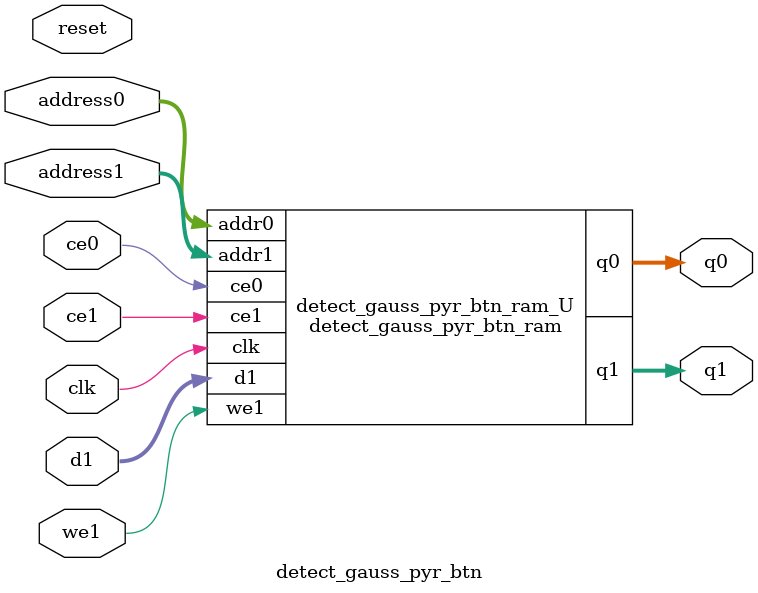
<source format=v>

`timescale 1 ns / 1 ps
module detect_gauss_pyr_btn_ram (addr0, ce0, q0, addr1, ce1, d1, we1, q1,  clk);

parameter DWIDTH = 26;
parameter AWIDTH = 16;
parameter MEM_SIZE = 65536;

input[AWIDTH-1:0] addr0;
input ce0;
output reg[DWIDTH-1:0] q0;
input[AWIDTH-1:0] addr1;
input ce1;
input[DWIDTH-1:0] d1;
input we1;
output reg[DWIDTH-1:0] q1;
input clk;

(* ram_style = "block" *)reg [DWIDTH-1:0] ram[0:MEM_SIZE-1];




always @(posedge clk)  
begin 
    if (ce0) 
    begin
            q0 <= ram[addr0];
    end
end


always @(posedge clk)  
begin 
    if (ce1) 
    begin
        if (we1) 
        begin 
            ram[addr1] <= d1; 
            q1 <= d1;
        end 
        else 
            q1 <= ram[addr1];
    end
end


endmodule


`timescale 1 ns / 1 ps
module detect_gauss_pyr_btn(
    reset,
    clk,
    address0,
    ce0,
    q0,
    address1,
    ce1,
    we1,
    d1,
    q1);

parameter DataWidth = 32'd26;
parameter AddressRange = 32'd65536;
parameter AddressWidth = 32'd16;
input reset;
input clk;
input[AddressWidth - 1:0] address0;
input ce0;
output[DataWidth - 1:0] q0;
input[AddressWidth - 1:0] address1;
input ce1;
input we1;
input[DataWidth - 1:0] d1;
output[DataWidth - 1:0] q1;



detect_gauss_pyr_btn_ram detect_gauss_pyr_btn_ram_U(
    .clk( clk ),
    .addr0( address0 ),
    .ce0( ce0 ),
    .q0( q0 ),
    .addr1( address1 ),
    .ce1( ce1 ),
    .we1( we1 ),
    .d1( d1 ),
    .q1( q1 ));

endmodule


</source>
